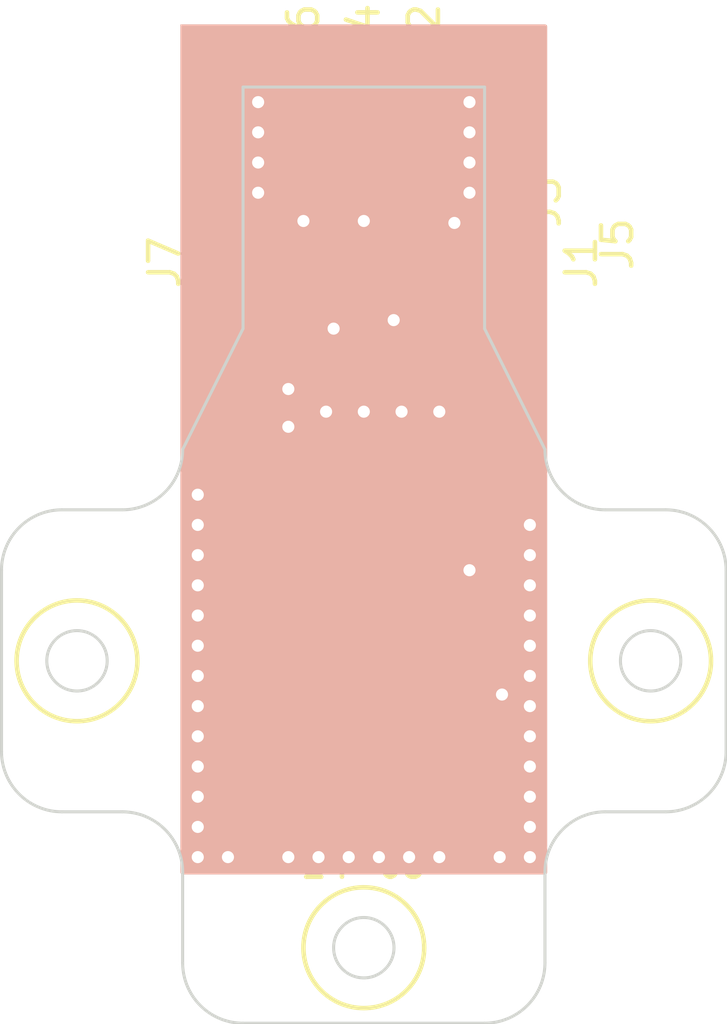
<source format=kicad_pcb>
(kicad_pcb (version 20211014) (generator pcbnew)
  (layers (0 "F.Cu" signal) (31 "B.Cu" signal) (34 "B.Paste" user) (35 "F.Paste" user) (36 "B.SilkS" user "B.Silkscreen") (37 "F.SilkS" user "F.Silkscreen") (38 "B.Mask" user) (39 "F.Mask" user) (44 "Edge.Cuts" user))
  (net 0 "")
  (net 1 "+3V3")
  (net 2 "GND")
  (net 3 "Net-(D1-Pad1)")
  (net 4 "Net-(D2-Pad1)")
  (net 5 "Net-(J3-Pad1)")
  (net 6 "Net-(J4-Pad1)")
  (net 7 "Net-(J5-Pad1)")
  (net 8 "Net-(J6-Pad1)")
  (net 9 "/NSS")
  (net 10 "/CLK")
  (net 11 "/MISO")
  (net 12 "/MOSI")
  (net 13 "Net-(J7-Pad1)")
  (net 18 "/OUT_A")
  (net 19 "Net-(D3-Pad1)")
  (net 20 "/OUT_B")
  (footprint "user:WireSoldingPad" (layer "F.Cu") (at 67 46.5 90)
    (fp_text reference "J6" (at 3.4 0 90 unlocked) (layer "F.SilkS"))
    (fp_text value "Conn_01x01")
    (pad "1" smd roundrect (at 0 0 90) (size 2.6 1.2) (layers "F.Cu" "F.Paste" "F.Mask") (net 8 "Net-(J6-Pad1)"))
  )
  (footprint "Package_SO:TSSOP-14_4.4x5mm_P0.65mm" (layer "F.Cu") (at 69 64 -90)
    (fp_text reference "U1" (at 0 0 90) (layer "F.SilkS"))
    (fp_text value "AS5047D")
    (fp_line (start 0 2.61) (end -2.2 2.61) (layer "F.SilkS") (width 0.12))
    (fp_line (start 0 2.61) (end 2.2 2.61) (layer "F.SilkS") (width 0.12))
    (fp_line (start 0 -2.61) (end -3.6 -2.61) (layer "F.SilkS") (width 0.12))
    (fp_line (start 0 -2.61) (end 2.2 -2.61) (layer "F.SilkS") (width 0.12))
    (pad "1" smd roundrect (at -2.8625 -1.95 270) (size 1.475 0.4) (layers "F.Cu" "F.Paste" "F.Mask") (net 9 "/NSS"))
    (pad "2" smd roundrect (at -2.8625 -1.3 270) (size 1.475 0.4) (layers "F.Cu" "F.Paste" "F.Mask") (net 10 "/CLK"))
    (pad "3" smd roundrect (at -2.8625 -0.65 270) (size 1.475 0.4) (layers "F.Cu" "F.Paste" "F.Mask") (net 11 "/MISO"))
    (pad "4" smd roundrect (at -2.8625 0 270) (size 1.475 0.4) (layers "F.Cu" "F.Paste" "F.Mask") (net 12 "/MOSI"))
    (pad "5" smd roundrect (at -2.8625 0.65 270) (size 1.475 0.4) (layers "F.Cu" "F.Paste" "F.Mask"))
    (pad "6" smd roundrect (at -2.8625 1.3 270) (size 1.475 0.4) (layers "F.Cu" "F.Paste" "F.Mask") (net 20 "/OUT_B"))
    (pad "7" smd roundrect (at -2.8625 1.95 270) (size 1.475 0.4) (layers "F.Cu" "F.Paste" "F.Mask") (net 18 "/OUT_A"))
    (pad "8" smd roundrect (at 2.8625 1.95 270) (size 1.475 0.4) (layers "F.Cu" "F.Paste" "F.Mask"))
    (pad "9" smd roundrect (at 2.8625 1.3 270) (size 1.475 0.4) (layers "F.Cu" "F.Paste" "F.Mask"))
    (pad "10" smd roundrect (at 2.8625 0.65 270) (size 1.475 0.4) (layers "F.Cu" "F.Paste" "F.Mask"))
    (pad "11" smd roundrect (at 2.8625 0 270) (size 1.475 0.4) (layers "F.Cu" "F.Paste" "F.Mask") (net 1 "+3V3"))
    (pad "12" smd roundrect (at 2.8625 -0.65 270) (size 1.475 0.4) (layers "F.Cu" "F.Paste" "F.Mask") (net 1 "+3V3"))
    (pad "13" smd roundrect (at 2.8625 -1.3 270) (size 1.475 0.4) (layers "F.Cu" "F.Paste" "F.Mask") (net 2 "GND"))
    (pad "14" smd roundrect (at 2.8625 -1.95 270) (size 1.475 0.4) (layers "F.Cu" "F.Paste" "F.Mask"))
  )
  (footprint "user:WireSoldingPad" (layer "F.Cu") (at 66 51 90)
    (fp_text reference "J7" (at 0.2 -3.6 90 unlocked) (layer "F.SilkS"))
    (fp_text value "Conn_01x01")
    (pad "1" smd roundrect (at 0 0 90) (size 2.6 1.2) (layers "F.Cu" "F.Paste" "F.Mask") (net 13 "Net-(J7-Pad1)"))
  )
  (footprint "user:WireSoldingPad" (layer "F.Cu") (at 72 51 90)
    (fp_text reference "J1" (at 0.2 4.2 90 unlocked) (layer "F.SilkS"))
    (fp_text value "Conn_01x01")
    (pad "1" smd roundrect (at 0 0 90) (size 2.6 1.2) (layers "F.Cu" "F.Paste" "F.Mask") (net 2 "GND"))
  )
  (footprint "Resistor_SMD:R_0603_1608Metric" (layer "F.Cu") (at 67.75 57.5 90)
    (fp_text reference "R6" (at -2 0.25 90) (layer "F.SilkS"))
    (fp_text value "4.7k")
    (fp_line (start -0.237258 -0.5225) (end 0.237258 -0.5225) (layer "F.SilkS") (width 0.12))
    (fp_line (start -0.237258 0.5225) (end 0.237258 0.5225) (layer "F.SilkS") (width 0.12))
    (pad "1" smd roundrect (at -0.825 0 90) (size 0.8 0.95) (layers "F.Cu" "F.Paste" "F.Mask") (net 12 "/MOSI"))
    (pad "2" smd roundrect (at 0.825 0 90) (size 0.8 0.95) (layers "F.Cu" "F.Paste" "F.Mask") (net 8 "Net-(J6-Pad1)"))
  )
  (footprint "Resistor_SMD:R_0603_1608Metric" (layer "F.Cu") (at 69 57.5 90)
    (fp_text reference "R5" (at -2 0 90) (layer "F.SilkS"))
    (fp_text value "4.7k")
    (fp_line (start -0.237258 0.5225) (end 0.237258 0.5225) (layer "F.SilkS") (width 0.12))
    (fp_line (start -0.237258 -0.5225) (end 0.237258 -0.5225) (layer "F.SilkS") (width 0.12))
    (pad "1" smd roundrect (at -0.825 0 90) (size 0.8 0.95) (layers "F.Cu" "F.Paste" "F.Mask") (net 11 "/MISO"))
    (pad "2" smd roundrect (at 0.825 0 90) (size 0.8 0.95) (layers "F.Cu" "F.Paste" "F.Mask") (net 7 "Net-(J5-Pad1)"))
  )
  (footprint "user:WireSoldingPad" (layer "F.Cu") (at 70 51 90)
    (fp_text reference "J3" (at 2.2 5 90 unlocked) (layer "F.SilkS"))
    (fp_text value "Conn_01x01")
    (pad "1" smd roundrect (at 0 0 90) (size 2.6 1.2) (layers "F.Cu" "F.Paste" "F.Mask") (net 5 "Net-(J3-Pad1)"))
  )
  (footprint "LED_SMD:LED_0603_1608Metric" (layer "F.Cu") (at 72.5 66 90)
    (fp_text reference "D1" (at 1 -1.5 90) (layer "F.SilkS"))
    (fp_text value "White")
    (fp_line (start -1.485 -0.735) (end -1.485 0.735) (layer "F.SilkS") (width 0.12))
    (fp_line (start 0.8 -0.735) (end -1.485 -0.735) (layer "F.SilkS") (width 0.12))
    (fp_line (start -1.485 0.735) (end 0.8 0.735) (layer "F.SilkS") (width 0.12))
    (pad "1" smd roundrect (at -0.7875 0 90) (size 0.875 0.95) (layers "F.Cu" "F.Paste" "F.Mask") (net 3 "Net-(D1-Pad1)"))
    (pad "2" smd roundrect (at 0.7875 0 90) (size 0.875 0.95) (layers "F.Cu" "F.Paste" "F.Mask") (net 1 "+3V3"))
  )
  (footprint "Resistor_SMD:R_0603_1608Metric" (layer "F.Cu") (at 65.5 69 -90)
    (fp_text reference "R7" (at 0 1.5 90) (layer "F.SilkS"))
    (fp_text value "4.7k")
    (fp_line (start -0.237258 -0.5225) (end 0.237258 -0.5225) (layer "F.SilkS") (width 0.12))
    (fp_line (start -0.237258 0.5225) (end 0.237258 0.5225) (layer "F.SilkS") (width 0.12))
    (pad "1" smd roundrect (at -0.825 0 270) (size 0.8 0.95) (layers "F.Cu" "F.Paste" "F.Mask") (net 19 "Net-(D3-Pad1)"))
    (pad "2" smd roundrect (at 0.825 0 270) (size 0.8 0.95) (layers "F.Cu" "F.Paste" "F.Mask") (net 2 "GND"))
  )
  (footprint "Resistor_SMD:R_0603_1608Metric" (layer "F.Cu") (at 65.5 63 -90)
    (fp_text reference "R2" (at 0 -1.43 90) (layer "F.SilkS"))
    (fp_text value "4.7k")
    (fp_line (start -0.237258 -0.5225) (end 0.237258 -0.5225) (layer "F.SilkS") (width 0.12))
    (fp_line (start -0.237258 0.5225) (end 0.237258 0.5225) (layer "F.SilkS") (width 0.12))
    (pad "1" smd roundrect (at -0.825 0 270) (size 0.8 0.95) (layers "F.Cu" "F.Paste" "F.Mask") (net 4 "Net-(D2-Pad1)"))
    (pad "2" smd roundrect (at 0.825 0 270) (size 0.8 0.95) (layers "F.Cu" "F.Paste" "F.Mask") (net 2 "GND"))
  )
  (footprint "Capacitor_SMD:C_0603_1608Metric" (layer "F.Cu") (at 73.5 57.5)
    (fp_text reference "C2" (at -0.5 2 90) (layer "F.SilkS"))
    (fp_text value "10u")
    (fp_line (start -0.14058 0.51) (end 0.14058 0.51) (layer "F.SilkS") (width 0.12))
    (fp_line (start -0.14058 -0.51) (end 0.14058 -0.51) (layer "F.SilkS") (width 0.12))
    (pad "1" smd roundrect (at -0.775 0) (size 0.9 0.95) (layers "F.Cu" "F.Paste" "F.Mask") (net 1 "+3V3"))
    (pad "2" smd roundrect (at 0.775 0) (size 0.9 0.95) (layers "F.Cu" "F.Paste" "F.Mask") (net 2 "GND"))
  )
  (footprint "Resistor_SMD:R_0603_1608Metric" (layer "F.Cu") (at 72.5 69 -90)
    (fp_text reference "R1" (at 0 -1.5 90) (layer "F.SilkS"))
    (fp_text value "4.7k")
    (fp_line (start -0.237258 0.5225) (end 0.237258 0.5225) (layer "F.SilkS") (width 0.12))
    (fp_line (start -0.237258 -0.5225) (end 0.237258 -0.5225) (layer "F.SilkS") (width 0.12))
    (pad "1" smd roundrect (at -0.825 0 270) (size 0.8 0.95) (layers "F.Cu" "F.Paste" "F.Mask") (net 3 "Net-(D1-Pad1)"))
    (pad "2" smd roundrect (at 0.825 0 270) (size 0.8 0.95) (layers "F.Cu" "F.Paste" "F.Mask") (net 2 "GND"))
  )
  (footprint "Capacitor_SMD:C_0603_1608Metric" (layer "F.Cu") (at 72.5 63 -90)
    (fp_text reference "C1" (at 0.5 1.5 90) (layer "F.SilkS"))
    (fp_text value "0.1u")
    (fp_line (start -0.14058 0.51) (end 0.14058 0.51) (layer "F.SilkS") (width 0.12))
    (fp_line (start -0.14058 -0.51) (end 0.14058 -0.51) (layer "F.SilkS") (width 0.12))
    (pad "1" smd roundrect (at -0.775 0 270) (size 0.9 0.95) (layers "F.Cu" "F.Paste" "F.Mask") (net 1 "+3V3"))
    (pad "2" smd roundrect (at 0.775 0 270) (size 0.9 0.95) (layers "F.Cu" "F.Paste" "F.Mask") (net 2 "GND"))
  )
  (footprint "Resistor_SMD:R_0603_1608Metric" (layer "F.Cu") (at 65.75 57.5)
    (fp_text reference "TH1" (at 0.25 1) (layer "F.SilkS"))
    (fp_text value "Thermistor")
    (fp_line (start -0.237258 0.5225) (end 0.237258 0.5225) (layer "F.SilkS") (width 0.12))
    (fp_line (start -0.237258 -0.5225) (end 0.237258 -0.5225) (layer "F.SilkS") (width 0.12))
    (pad "1" smd roundrect (at -0.825 0) (size 0.8 0.95) (layers "F.Cu" "F.Paste" "F.Mask") (net 13 "Net-(J7-Pad1)"))
    (pad "2" smd roundrect (at 0.825 0) (size 0.8 0.95) (layers "F.Cu" "F.Paste" "F.Mask") (net 2 "GND"))
  )
  (footprint "Resistor_SMD:R_0603_1608Metric" (layer "F.Cu") (at 70.25 57.5 90)
    (fp_text reference "R4" (at -2 0 90) (layer "F.SilkS"))
    (fp_text value "4.7k")
    (fp_line (start -0.237258 0.5225) (end 0.237258 0.5225) (layer "F.SilkS") (width 0.12))
    (fp_line (start -0.237258 -0.5225) (end 0.237258 -0.5225) (layer "F.SilkS") (width 0.12))
    (pad "1" smd roundrect (at -0.825 0 90) (size 0.8 0.95) (layers "F.Cu" "F.Paste" "F.Mask") (net 10 "/CLK"))
    (pad "2" smd roundrect (at 0.825 0 90) (size 0.8 0.95) (layers "F.Cu" "F.Paste" "F.Mask") (net 6 "Net-(J4-Pad1)"))
  )
  (footprint "user:WireSoldingPad" (layer "F.Cu") (at 71 46.5 90)
    (fp_text reference "J2" (at 3.4 0 90 unlocked) (layer "F.SilkS"))
    (fp_text value "Conn_01x01")
    (pad "1" smd roundrect (at 0 0 90) (size 2.6 1.2) (layers "F.Cu" "F.Paste" "F.Mask") (net 1 "+3V3"))
  )
  (footprint "LED_SMD:LED_0603_1608Metric" (layer "F.Cu") (at 65.5 66 90)
    (fp_text reference "D3" (at 1 1.5 90) (layer "F.SilkS"))
    (fp_text value "Green")
    (fp_line (start -1.485 -0.735) (end -1.485 0.735) (layer "F.SilkS") (width 0.12))
    (fp_line (start 0.8 -0.735) (end -1.485 -0.735) (layer "F.SilkS") (width 0.12))
    (fp_line (start -1.485 0.735) (end 0.8 0.735) (layer "F.SilkS") (width 0.12))
    (pad "1" smd roundrect (at -0.7875 0 90) (size 0.875 0.95) (layers "F.Cu" "F.Paste" "F.Mask") (net 19 "Net-(D3-Pad1)"))
    (pad "2" smd roundrect (at 0.7875 0 90) (size 0.875 0.95) (layers "F.Cu" "F.Paste" "F.Mask") (net 20 "/OUT_B"))
  )
  (footprint "LED_SMD:LED_0603_1608Metric" (layer "F.Cu") (at 65.5 60 90)
    (fp_text reference "D2" (at -0.3425 1.5 90) (layer "F.SilkS"))
    (fp_text value "Yellow")
    (fp_line (start -1.485 -0.735) (end -1.485 0.735) (layer "F.SilkS") (width 0.12))
    (fp_line (start -1.485 0.735) (end 0.8 0.735) (layer "F.SilkS") (width 0.12))
    (fp_line (start 0.8 -0.735) (end -1.485 -0.735) (layer "F.SilkS") (width 0.12))
    (pad "1" smd roundrect (at -0.7875 0 90) (size 0.875 0.95) (layers "F.Cu" "F.Paste" "F.Mask") (net 4 "Net-(D2-Pad1)"))
    (pad "2" smd roundrect (at 0.7875 0 90) (size 0.875 0.95) (layers "F.Cu" "F.Paste" "F.Mask") (net 18 "/OUT_A"))
  )
  (footprint "user:WireSoldingPad" (layer "F.Cu") (at 69 46.5 90)
    (fp_text reference "J4" (at 3.4 0 90 unlocked) (layer "F.SilkS"))
    (fp_text value "Conn_01x01")
    (pad "1" smd roundrect (at 0 0 90) (size 2.6 1.2) (layers "F.Cu" "F.Paste" "F.Mask") (net 6 "Net-(J4-Pad1)"))
  )
  (footprint "Resistor_SMD:R_0603_1608Metric" (layer "F.Cu") (at 71.5 57.5 90)
    (fp_text reference "R3" (at -2 0 90) (layer "F.SilkS"))
    (fp_text value "4.7k")
    (fp_line (start -0.237258 0.5225) (end 0.237258 0.5225) (layer "F.SilkS") (width 0.12))
    (fp_line (start -0.237258 -0.5225) (end 0.237258 -0.5225) (layer "F.SilkS") (width 0.12))
    (pad "1" smd roundrect (at -0.825 0 90) (size 0.8 0.95) (layers "F.Cu" "F.Paste" "F.Mask") (net 9 "/NSS"))
    (pad "2" smd roundrect (at 0.825 0 90) (size 0.8 0.95) (layers "F.Cu" "F.Paste" "F.Mask") (net 5 "Net-(J3-Pad1)"))
  )
  (footprint "user:WireSoldingPad" (layer "F.Cu") (at 68 51 90)
    (fp_text reference "J5" (at 0.8 9.4 90 unlocked) (layer "F.SilkS"))
    (fp_text value "Conn_01x01")
    (pad "1" smd roundrect (at 0 0 90) (size 2.6 1.2) (layers "F.Cu" "F.Paste" "F.Mask") (net 7 "Net-(J5-Pad1)"))
  )
  (gr_rect (start 63 43) (end 75 71) (layer "B.SilkS") (width 0.15) (fill solid))
  (gr_circle (center 78.5 64) (end 76.5 64) (layer "F.SilkS") (width 0.15) (fill none))
  (gr_circle (center 69 73.5) (end 69 71.5) (layer "F.SilkS") (width 0.15) (fill none))
  (gr_circle (center 59.5 64) (end 61.5 64) (layer "F.SilkS") (width 0.15) (fill none))
  (gr_arc (start 79 59) (mid 80.414214 59.585786) (end 81 61) (layer "Edge.Cuts") (width 0.1))
  (gr_line (start 63 71) (end 63 74) (layer "Edge.Cuts") (width 0.1))
  (gr_line (start 73 45) (end 73 53) (layer "Edge.Cuts") (width 0.1))
  (gr_arc (start 59 69) (mid 57.585786 68.414214) (end 57 67) (layer "Edge.Cuts") (width 0.1))
  (gr_line (start 59 69) (end 61 69) (layer "Edge.Cuts") (width 0.1))
  (gr_line (start 65 53) (end 63 57) (layer "Edge.Cuts") (width 0.1))
  (gr_circle (center 78.5 64) (end 79.5 64) (layer "Edge.Cuts") (width 0.1) (fill none))
  (gr_arc (start 81 67) (mid 80.414214 68.414214) (end 79 69) (layer "Edge.Cuts") (width 0.1))
  (gr_arc (start 61 69) (mid 62.414214 69.585786) (end 63 71) (layer "Edge.Cuts") (width 0.1))
  (gr_arc (start 77 59) (mid 75.585786 58.414214) (end 75 57) (layer "Edge.Cuts") (width 0.1))
  (gr_arc (start 75 71) (mid 75.585786 69.585786) (end 77 69) (layer "Edge.Cuts") (width 0.1))
  (gr_arc (start 57 61) (mid 57.585786 59.585786) (end 59 59) (layer "Edge.Cuts") (width 0.1))
  (gr_line (start 75 74) (end 75 71) (layer "Edge.Cuts") (width 0.1))
  (gr_line (start 65 45) (end 65 53) (layer "Edge.Cuts") (width 0.1))
  (gr_line (start 61 59) (end 59 59) (layer "Edge.Cuts") (width 0.1))
  (gr_circle (center 59.5 64) (end 60.5 64) (layer "Edge.Cuts") (width 0.1) (fill none))
  (gr_line (start 79 59) (end 77 59) (layer "Edge.Cuts") (width 0.1))
  (gr_circle (center 69 73.5) (end 69 74.5) (layer "Edge.Cuts") (width 0.1) (fill none))
  (gr_arc (start 65 76) (mid 63.585786 75.414214) (end 63 74) (layer "Edge.Cuts") (width 0.1))
  (gr_line (start 73 53) (end 75 57) (layer "Edge.Cuts") (width 0.1))
  (gr_arc (start 75 74) (mid 74.414214 75.414214) (end 73 76) (layer "Edge.Cuts") (width 0.1))
  (gr_line (start 65 45) (end 73 45) (layer "Edge.Cuts") (width 0.1))
  (gr_line (start 57 61) (end 57 67) (layer "Edge.Cuts") (width 0.1))
  (gr_arc (start 63 57) (mid 62.414214 58.414214) (end 61 59) (layer "Edge.Cuts") (width 0.1))
  (gr_line (start 81 67) (end 81 61) (layer "Edge.Cuts") (width 0.1))
  (gr_line (start 77 69) (end 79 69) (layer "Edge.Cuts") (width 0.1))
  (gr_line (start 65 76) (end 73 76) (layer "Edge.Cuts") (width 0.1))
  (gr_text "AS5047P\nibis ssl\n24-08" (at 69 69.5) (layer "F.SilkS") (effects (font (size 0.8 0.8))))
  (gr_text "B" (at 64 66) (layer "F.SilkS") (effects (font (size 1 1))))
  (gr_text "A" (at 64 60) (layer "F.SilkS") (effects (font (size 1 1))))
  (gr_text "3V3" (at 74 66.5 90) (layer "F.SilkS") (effects (font (size 1 1))))
  (gr_text "MO\nCK\n3V" (at 69 48.8 90) (layer "F.SilkS") (effects (font (size 1.2 0.8))))
  (gr_text "Ther\nMISO\nMOSI\nGND" (at 69 54.2 90) (layer "F.SilkS") (effects (font (size 1.2 1))))
  (segment (start 72.5 62.225) (end 71.775 62.225) (width 0.25) (layer "F.Cu") (net 1))
  (segment (start 71 53.5) (end 71 46.5) (width 0.25) (layer "F.Cu") (net 1))
  (segment (start 72.725 59.275) (end 72.725 57.5) (width 0.25) (layer "F.Cu") (net 1))
  (segment (start 72.5 65.2125) (end 73.481262 65.2125) (width 0.25) (layer "F.Cu") (net 1))
  (segment (start 72.5 59.5) (end 72.725 59.275) (width 0.25) (layer "F.Cu") (net 1))
  (segment (start 69.65 65.35) (end 69.65 66.8625) (width 0.25) (layer "F.Cu") (net 1))
  (segment (start 69 66) (end 69.65 65.35) (width 0.25) (layer "F.Cu") (net 1))
  (segment (start 71.775 62.225) (end 71.375 62.625) (width 0.25) (layer "F.Cu") (net 1))
  (segment (start 72.725 55.225) (end 71 53.5) (width 0.25) (layer "F.Cu") (net 1))
  (segment (start 72.5 61) (end 72.5 62.225) (width 0.25) (layer "F.Cu") (net 1))
  (segment (start 72.5 61) (end 72.5 59.5) (width 0.25) (layer "F.Cu") (net 1))
  (segment (start 69.65 63.35) (end 69.65 65.35) (width 0.25) (layer "F.Cu") (net 1))
  (segment (start 71.375 62.625) (end 70.375 62.625) (width 0.25) (layer "F.Cu") (net 1))
  (segment (start 70.375 62.625) (end 69.65 63.35) (width 0.25) (layer "F.Cu") (net 1))
  (segment (start 72.725 57.5) (end 72.725 55.225) (width 0.25) (layer "F.Cu") (net 1))
  (segment (start 73.481262 65.2125) (end 73.57681 65.116952) (width 0.25) (layer "F.Cu") (net 1))
  (segment (start 69 66.8625) (end 69 66) (width 0.25) (layer "F.Cu") (net 1))
  (via (at 73.57681 65.116952) (size 0.8) (drill 0.4) (layers "F.Cu" "B.Cu") (net 1))
  (via (at 72.5 61) (size 0.8) (drill 0.4) (layers "F.Cu" "B.Cu") (net 1))
  (segment (start 73.57681 65.116952) (end 72.5 64.040142) (width 0.25) (layer "B.Cu") (net 1))
  (segment (start 72.5 64.040142) (end 72.5 61) (width 0.25) (layer "B.Cu") (net 1))
  (segment (start 70.3 64.2) (end 70.3 66.8625) (width 0.25) (layer "F.Cu") (net 2))
  (segment (start 72.5 63.775) (end 70.725 63.775) (width 0.25) (layer "F.Cu") (net 2))
  (segment (start 70.3 66.8625) (end 70.3 69.3) (width 0.25) (layer "F.Cu") (net 2))
  (segment (start 70.725 63.775) (end 70.3 64.2) (width 0.25) (layer "F.Cu") (net 2))
  (segment (start 73.568198 56.068198) (end 73.568198 55.431802) (width 0.25) (layer "F.Cu") (net 2))
  (segment (start 74.275 57.5) (end 74.275 56.775) (width 0.25) (layer "F.Cu") (net 2))
  (segment (start 66.5 56.25) (end 66.575 56.325) (width 0.25) (layer "F.Cu") (net 2))
  (segment (start 72 53.863604) (end 72 51) (width 0.25) (layer "F.Cu") (net 2))
  (segment (start 74.275 58.725) (end 74.275 57.5) (width 0.25) (layer "F.Cu") (net 2))
  (segment (start 73.5 59.5) (end 74.275 58.725) (width 0.25) (layer "F.Cu") (net 2))
  (segment (start 70.5 69.5) (end 71 69.5) (width 0.25) (layer "F.Cu") (net 2))
  (segment (start 72.5 63.775) (end 73.225 63.775) (width 0.25) (layer "F.Cu") (net 2))
  (segment (start 73.5 63.5) (end 73.5 59.5) (width 0.25) (layer "F.Cu") (net 2))
  (segment (start 66.675 69.825) (end 67 69.5) (width 0.25) (layer "F.Cu") (net 2))
  (segment (start 73.225 63.775) (end 73.5 63.5) (width 0.25) (layer "F.Cu") (net 2))
  (segment (start 71 69.5) (end 71.325 69.825) (width 0.25) (layer "F.Cu") (net 2))
  (segment (start 73.568198 55.431802) (end 72 53.863604) (width 0.25) (layer "F.Cu") (net 2))
  (segment (start 72.5 63.775) (end 72.225 63.775) (width 0.25) (layer "F.Cu") (net 2))
  (segment (start 70.3 69.3) (end 70.5 69.5) (width 0.25) (layer "F.Cu") (net 2))
  (segment (start 65.5 69.825) (end 66.675 69.825) (width 0.25) (layer "F.Cu") (net 2))
  (segment (start 74.275 56.775) (end 73.568198 56.068198) (width 0.25) (layer "F.Cu") (net 2))
  (segment (start 71.325 69.825) (end 72.5 69.825) (width 0.25) (layer "F.Cu") (net 2))
  (segment (start 67 69.5) (end 70.5 69.5) (width 0.25) (layer "F.Cu") (net 2))
  (segment (start 66.575 56.325) (end 66.575 57.5) (width 0.25) (layer "F.Cu") (net 2))
  (segment (start 72 51) (end 72 49.5) (width 0.25) (layer "F.Cu") (net 2))
  (via (at 74.5 68.5) (size 0.8) (drill 0.4) (layers "F.Cu" "B.Cu") (net 2))
  (via (at 74.5 59.5) (size 0.8) (drill 0.4) (layers "F.Cu" "B.Cu") (net 2))
  (via (at 74.5 66.5) (size 0.8) (drill 0.4) (layers "F.Cu" "B.Cu") (net 2))
  (via (at 72.5 45.5) (size 0.8) (drill 0.4) (layers "F.Cu" "B.Cu") (net 2))
  (via (at 69.5 70.5) (size 0.8) (drill 0.4) (layers "F.Cu" "B.Cu") (net 2))
  (via (at 72.5 48.5) (size 0.8) (drill 0.4) (layers "F.Cu" "B.Cu") (net 2))
  (via (at 74.5 67.5) (size 0.8) (drill 0.4) (layers "F.Cu" "B.Cu") (net 2))
  (via (at 63.5 69.5) (size 0.8) (drill 0.4) (layers "F.Cu" "B.Cu") (net 2))
  (via (at 74.5 70.5) (size 0.8) (drill 0.4) (layers "F.Cu" "B.Cu") (net 2))
  (via (at 66.5 70.5) (size 0.8) (drill 0.4) (layers "F.Cu" "B.Cu") (net 2))
  (via (at 63.5 61.5) (size 0.8) (drill 0.4) (layers "F.Cu" "B.Cu") (net 2))
  (via (at 72 49.5) (size 0.8) (drill 0.4) (layers "F.Cu" "B.Cu") (net 2))
  (via (at 74.5 69.5) (size 0.8) (drill 0.4) (layers "F.Cu" "B.Cu") (net 2))
  (via (at 74.5 65.5) (size 0.8) (drill 0.4) (layers "F.Cu" "B.Cu") (net 2))
  (via (at 63.5 67.5) (size 0.8) (drill 0.4) (layers "F.Cu" "B.Cu") (net 2))
  (via (at 63.5 63.5) (size 0.8) (drill 0.4) (layers "F.Cu" "B.Cu") (net 2))
  (via (at 63.5 64.5) (size 0.8) (drill 0.4) (layers "F.Cu" "B.Cu") (net 2))
  (via (at 74.5 60.5) (size 0.8) (drill 0.4) (layers "F.Cu" "B.Cu") (net 2))
  (via (at 74.5 62.5) (size 0.8) (drill 0.4) (layers "F.Cu" "B.Cu") (net 2))
  (via (at 63.5 58.5) (size 0.8) (drill 0.4) (layers "F.Cu" "B.Cu") (net 2))
  (via (at 71.5 70.5) (size 0.8) (drill 0.4) (layers "F.Cu" "B.Cu") (net 2))
  (via (at 64.5 70.5) (size 0.8) (drill 0.4) (layers "F.Cu" "B.Cu") (net 2))
  (via (at 63.5 66.5) (size 0.8) (drill 0.4) (layers "F.Cu" "B.Cu") (net 2))
  (via (at 74.5 63.5) (size 0.8) (drill 0.4) (layers "F.Cu" "B.Cu") (net 2))
  (via (at 67.5 70.5) (size 0.8) (drill 0.4) (layers "F.Cu" "B.Cu") (net 2))
  (via (at 66.5 56.25) (size 0.8) (drill 0.4) (layers "F.Cu" "B.Cu") (net 2))
  (via (at 63.5 65.5) (size 0.8) (drill 0.4) (layers "F.Cu" "B.Cu") (net 2))
  (via (at 70.5 70.5) (size 0.8) (drill 0.4) (layers "F.Cu" "B.Cu") (net 2))
  (via (at 63.5 60.5) (size 0.8) (drill 0.4) (layers "F.Cu" "B.Cu") (net 2))
  (via (at 65.5 46.5) (size 0.8) (drill 0.4) (layers "F.Cu" "B.Cu") (net 2))
  (via (at 72.5 47.5) (size 0.8) (drill 0.4) (layers "F.Cu" "B.Cu") (net 2))
  (via (at 63.5 68.5) (size 0.8) (drill 0.4) (layers "F.Cu" "B.Cu") (net 2))
  (via (at 63.5 70.5) (size 0.8) (drill 0.4) (layers "F.Cu" "B.Cu") (net 2))
  (via (at 63.5 59.5) (size 0.8) (drill 0.4) (layers "F.Cu" "B.Cu") (net 2))
  (via (at 73.5 70.5) (size 0.8) (drill 0.4) (layers "F.Cu" "B.Cu") (net 2))
  (via (at 74.5 64.5) (size 0.8) (drill 0.4) (layers "F.Cu" "B.Cu") (net 2))
  (via (at 65.5 45.5) (size 0.8) (drill 0.4) (layers "F.Cu" "B.Cu") (net 2))
  (via (at 65.5 47.5) (size 0.8) (drill 0.4) (layers "F.Cu" "B.Cu") (net 2))
  (via (at 74.5 61.5) (size 0.8) (drill 0.4) (layers "F.Cu" "B.Cu") (net 2))
  (via (at 63.5 62.5) (size 0.8) (drill 0.4) (layers "F.Cu" "B.Cu") (net 2))
  (via (at 72.5 46.5) (size 0.8) (drill 0.4) (layers "F.Cu" "B.Cu") (net 2))
  (via (at 66.5 55) (size 0.8) (drill 0.4) (layers "F.Cu" "B.Cu") (net 2))
  (via (at 65.5 48.5) (size 0.8) (drill 0.4) (layers "F.Cu" "B.Cu") (net 2))
  (via (at 68.5 70.5) (size 0.8) (drill 0.4) (layers "F.Cu" "B.Cu") (net 2))
  (segment (start 67.25 57) (end 66.5 56.25) (width 0.25) (layer "B.Cu") (net 2))
  (segment (start 72 57) (end 67.25 57) (width 0.25) (layer "B.Cu") (net 2))
  (segment (start 72.5 54) (end 72.5 56.5) (width 0.25) (layer "B.Cu") (net 2))
  (segment (start 72 49.5) (end 72 53.5) (width 0.25) (layer "B.Cu") (net 2))
  (segment (start 72.5 56.5) (end 72 57) (width 0.25) (layer "B.Cu") (net 2))
  (segment (start 72 53.5) (end 72.5 54) (width 0.25) (layer "B.Cu") (net 2))
  (segment (start 72.5 66.7875) (end 72.5 68.175) (width 0.25) (layer "F.Cu") (net 3))
  (segment (start 65.5 62.175) (end 65.5 60.7875) (width 0.25) (layer "F.Cu") (net 4))
  (segment (start 69.98927 51.01073) (end 70 51) (width 0.25) (layer "F.Cu") (net 5))
  (segment (start 69.98927 52.71781) (end 69.98927 51.01073) (width 0.25) (layer "F.Cu") (net 5))
  (segment (start 71.5 55.75) (end 71.5 56.675) (width 0.25) (layer "F.Cu") (net 5))
  (via (at 69.98927 52.71781) (size 0.8) (drill 0.4) (layers "F.Cu" "B.Cu") (net 5))
  (via (at 71.5 55.75) (size 0.8) (drill 0.4) (layers "F.Cu" "B.Cu") (net 5))
  (segment (start 71.5 54.22854) (end 69.98927 52.71781) (width 0.25) (layer "B.Cu") (net 5))
  (segment (start 71.5 55.75) (end 71.5 54.22854) (width 0.25) (layer "B.Cu") (net 5))
  (segment (start 70.25 55.75) (end 70.25 56.675) (width 0.25) (layer "F.Cu") (net 6))
  (segment (start 69 49.43511) (end 69 46.5) (width 0.25) (layer "F.Cu") (net 6))
  (via (at 69 49.43511) (size 0.8) (drill 0.4) (layers "F.Cu" "B.Cu") (net 6))
  (via (at 70.25 55.75) (size 0.8) (drill 0.4) (layers "F.Cu" "B.Cu") (net 6))
  (segment (start 69 52.753845) (end 70.25 54.003845) (width 0.25) (layer "B.Cu") (net 6))
  (segment (start 70.25 54.003845) (end 70.25 55.75) (width 0.25) (layer "B.Cu") (net 6))
  (segment (start 69 49.43511) (end 69 52.753845) (width 0.25) (layer "B.Cu") (net 6))
  (segment (start 68 51) (end 68 53) (width 0.25) (layer "F.Cu") (net 7))
  (segment (start 69 55.75) (end 69 56.675) (width 0.25) (layer "F.Cu") (net 7))
  (via (at 68 53) (size 0.8) (drill 0.4) (layers "F.Cu" "B.Cu") (net 7))
  (via (at 69 55.75) (size 0.8) (drill 0.4) (layers "F.Cu" "B.Cu") (net 7))
  (segment (start 68 53) (end 69 54) (width 0.25) (layer "B.Cu") (net 7))
  (segment (start 69 54) (end 69 55.75) (width 0.25) (layer "B.Cu") (net 7))
  (segment (start 67 49.43511) (end 67 46.5) (width 0.25) (layer "F.Cu") (net 8))
  (segment (start 67.75 55.75) (end 67.75 56.675) (width 0.25) (layer "F.Cu") (net 8))
  (via (at 67.75 55.75) (size 0.8) (drill 0.4) (layers "F.Cu" "B.Cu") (net 8))
  (via (at 67 49.43511) (size 0.8) (drill 0.4) (layers "F.Cu" "B.Cu") (net 8))
  (segment (start 67 53.5) (end 67.75 54.25) (width 0.25) (layer "B.Cu") (net 8))
  (segment (start 67.75 54.25) (end 67.75 55.75) (width 0.25) (layer "B.Cu") (net 8))
  (segment (start 67 49.43511) (end 67 53.5) (width 0.25) (layer "B.Cu") (net 8))
  (segment (start 71.25 58.575) (end 71.5 58.325) (width 0.25) (layer "F.Cu") (net 9))
  (segment (start 71.25 59.5) (end 71.25 58.575) (width 0.25) (layer "F.Cu") (net 9))
  (segment (start 70.95 59.8) (end 71.25 59.5) (width 0.25) (layer "F.Cu") (net 9))
  (segment (start 70.95 61.1375) (end 70.95 59.8) (width 0.25) (layer "F.Cu") (net 9))
  (segment (start 70.3 58.375) (end 70.25 58.325) (width 0.25) (layer "F.Cu") (net 10))
  (segment (start 70.3 61.1375) (end 70.3 58.375) (width 0.25) (layer "F.Cu") (net 10))
  (segment (start 69.65 58.975) (end 69 58.325) (width 0.25) (layer "F.Cu") (net 11))
  (segment (start 69.65 61.1375) (end 69.65 58.975) (width 0.25) (layer "F.Cu") (net 11))
  (segment (start 69 61.1375) (end 69 59.575) (width 0.25) (layer "F.Cu") (net 12))
  (segment (start 69 59.575) (end 67.75 58.325) (width 0.25) (layer "F.Cu") (net 12))
  (segment (start 64.925 54.575) (end 66 53.5) (width 0.25) (layer "F.Cu") (net 13))
  (segment (start 64.925 57.5) (end 64.925 54.575) (width 0.25) (layer "F.Cu") (net 13))
  (segment (start 66 53.5) (end 66 51) (width 0.25) (layer "F.Cu") (net 13))
  (segment (start 67.05 60.05) (end 67.05 61.1375) (width 0.25) (layer "F.Cu") (net 18))
  (segment (start 66.2125 59.2125) (end 67.05 60.05) (width 0.25) (layer "F.Cu") (net 18))
  (segment (start 65.5 59.2125) (end 66.2125 59.2125) (width 0.25) (layer "F.Cu") (net 18))
  (segment (start 65.5 66.7875) (end 65.5 68.175) (width 0.25) (layer "F.Cu") (net 19))
  (segment (start 65.5 65.2125) (end 66.7875 65.2125) (width 0.25) (layer "F.Cu") (net 20))
  (segment (start 66.7875 65.2125) (end 67.7 64.3) (width 0.25) (layer "F.Cu") (net 20))
  (segment (start 67.7 64.3) (end 67.7 61.1375) (width 0.25) (layer "F.Cu") (net 20))
  (zone (net 2) (net_name "GND") (layer "F.Cu") (connect_pads (clearance 0.2)) (min_thickness 0.254) (fill yes (thermal_gap 0.3) (thermal_bridge_width 0.508))
    (polygon (pts (xy 75 71) (xy 63 71) (xy 63 44.5) (xy 75 44.5)))
  )
  (zone (net 2) (net_name "GND") (layer "B.Cu") (connect_pads (clearance 0.2)) (min_thickness 0.254) (fill yes (thermal_gap 0.3) (thermal_bridge_width 0.508))
    (polygon (pts (xy 75 71) (xy 63 71) (xy 63 45) (xy 75 45)))
  )
)
</source>
